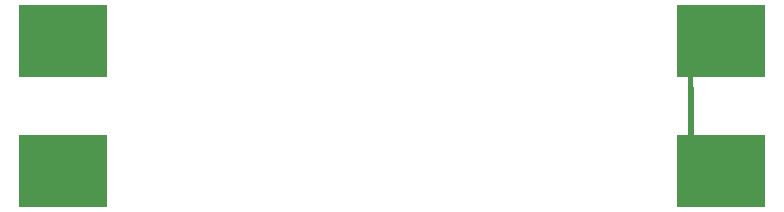
<source format=gbp>
%TF.GenerationSoftware,KiCad,Pcbnew,8.0.2-1*%
%TF.CreationDate,2024-07-01T16:56:04+01:00*%
%TF.ProjectId,solderbit-gamepad,736f6c64-6572-4626-9974-2d67616d6570,v1.4*%
%TF.SameCoordinates,Original*%
%TF.FileFunction,Paste,Bot*%
%TF.FilePolarity,Positive*%
%FSLAX46Y46*%
G04 Gerber Fmt 4.6, Leading zero omitted, Abs format (unit mm)*
G04 Created by KiCad (PCBNEW 8.0.2-1) date 2024-07-01 16:56:04*
%MOMM*%
%LPD*%
G01*
G04 APERTURE LIST*
G04 Aperture macros list*
%AMFreePoly0*
4,1,13,3.725000,7.950000,-2.328457,7.950000,-2.326326,3.050000,3.725000,3.050000,3.725000,-3.050000,-3.725000,-3.050000,-3.725000,3.050000,-2.821543,3.050000,-2.823674,7.950000,-3.725000,7.950000,-3.725000,14.050000,3.725000,14.050000,3.725000,7.950000,3.725000,7.950000,$1*%
G04 Aperture macros list end*
%ADD10FreePoly0,0.000000*%
%ADD11R,7.450000X6.100000*%
G04 APERTURE END LIST*
D10*
X132000000Y-73750000D03*
D11*
X76250000Y-62750000D03*
X76250000Y-73750000D03*
M02*

</source>
